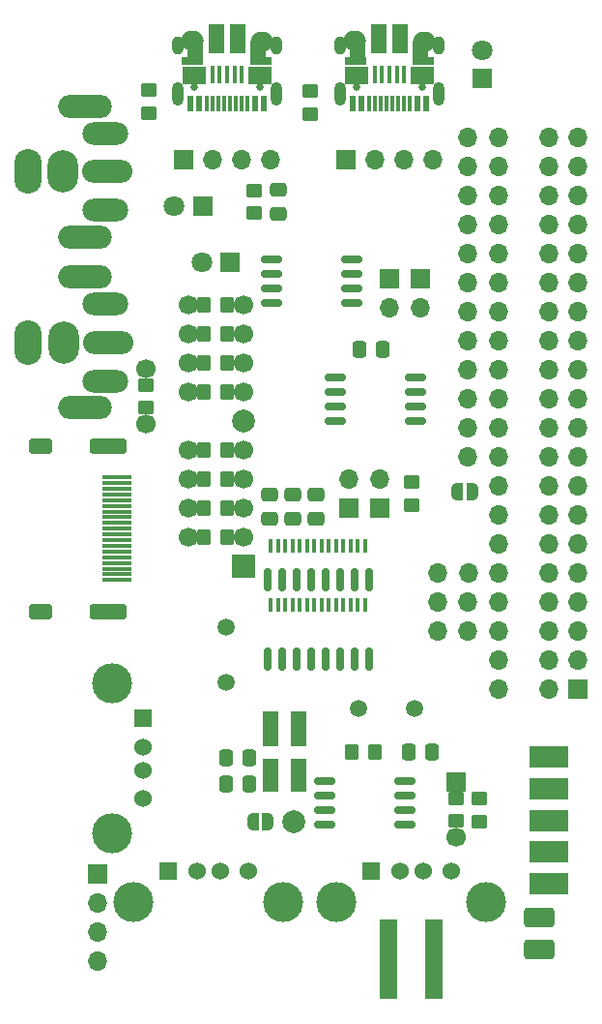
<source format=gts>
G04 #@! TF.GenerationSoftware,KiCad,Pcbnew,6.0.11-2627ca5db0~126~ubuntu20.04.1*
G04 #@! TF.CreationDate,2024-04-17T12:51:00+05:00*
G04 #@! TF.ProjectId,16EJU24,3136454a-5532-4342-9e6b-696361645f70,rev?*
G04 #@! TF.SameCoordinates,Original*
G04 #@! TF.FileFunction,Soldermask,Top*
G04 #@! TF.FilePolarity,Negative*
%FSLAX46Y46*%
G04 Gerber Fmt 4.6, Leading zero omitted, Abs format (unit mm)*
G04 Created by KiCad (PCBNEW 6.0.11-2627ca5db0~126~ubuntu20.04.1) date 2024-04-17 12:51:00*
%MOMM*%
%LPD*%
G01*
G04 APERTURE LIST*
G04 Aperture macros list*
%AMRoundRect*
0 Rectangle with rounded corners*
0 $1 Rounding radius*
0 $2 $3 $4 $5 $6 $7 $8 $9 X,Y pos of 4 corners*
0 Add a 4 corners polygon primitive as box body*
4,1,4,$2,$3,$4,$5,$6,$7,$8,$9,$2,$3,0*
0 Add four circle primitives for the rounded corners*
1,1,$1+$1,$2,$3*
1,1,$1+$1,$4,$5*
1,1,$1+$1,$6,$7*
1,1,$1+$1,$8,$9*
0 Add four rect primitives between the rounded corners*
20,1,$1+$1,$2,$3,$4,$5,0*
20,1,$1+$1,$4,$5,$6,$7,0*
20,1,$1+$1,$6,$7,$8,$9,0*
20,1,$1+$1,$8,$9,$2,$3,0*%
%AMOutline4P*
0 Free polygon, 4 corners , with rotation*
0 The origin of the aperture is its center*
0 number of corners: always 4*
0 $1 to $8 corner X, Y*
0 $9 Rotation angle, in degrees counterclockwise*
0 create outline with 4 corners*
4,1,4,$1,$2,$3,$4,$5,$6,$7,$8,$1,$2,$9*%
%AMFreePoly0*
4,1,22,0.500000,-0.750000,0.000000,-0.750000,0.000000,-0.745033,-0.079941,-0.743568,-0.215256,-0.701293,-0.333266,-0.622738,-0.424486,-0.514219,-0.481581,-0.384460,-0.499164,-0.250000,-0.500000,-0.250000,-0.500000,0.250000,-0.499164,0.250000,-0.499963,0.256109,-0.478152,0.396186,-0.417904,0.524511,-0.324060,0.630769,-0.204165,0.706417,-0.067858,0.745374,0.000000,0.744959,0.000000,0.750000,
0.500000,0.750000,0.500000,-0.750000,0.500000,-0.750000,$1*%
%AMFreePoly1*
4,1,20,0.000000,0.744959,0.073905,0.744508,0.209726,0.703889,0.328688,0.626782,0.421226,0.519385,0.479903,0.390333,0.500000,0.250000,0.500000,-0.250000,0.499851,-0.262216,0.476331,-0.402017,0.414519,-0.529596,0.319384,-0.634700,0.198574,-0.708877,0.061801,-0.746166,0.000000,-0.745033,0.000000,-0.750000,-0.500000,-0.750000,-0.500000,0.750000,0.000000,0.750000,0.000000,0.744959,
0.000000,0.744959,$1*%
G04 Aperture macros list end*
%ADD10R,1.800000X1.800000*%
%ADD11C,1.800000*%
%ADD12C,1.700000*%
%ADD13RoundRect,0.250000X-0.450000X0.350000X-0.450000X-0.350000X0.450000X-0.350000X0.450000X0.350000X0*%
%ADD14R,1.700000X1.700000*%
%ADD15O,1.700000X1.700000*%
%ADD16RoundRect,0.150000X-0.800000X-0.150000X0.800000X-0.150000X0.800000X0.150000X-0.800000X0.150000X0*%
%ADD17FreePoly0,0.000000*%
%ADD18FreePoly1,0.000000*%
%ADD19RoundRect,0.250000X0.337500X0.475000X-0.337500X0.475000X-0.337500X-0.475000X0.337500X-0.475000X0*%
%ADD20RoundRect,0.250000X-0.475000X0.337500X-0.475000X-0.337500X0.475000X-0.337500X0.475000X0.337500X0*%
%ADD21RoundRect,0.250000X-0.350000X-0.450000X0.350000X-0.450000X0.350000X0.450000X-0.350000X0.450000X0*%
%ADD22C,2.000000*%
%ADD23C,0.650000*%
%ADD24R,0.600000X1.450000*%
%ADD25R,0.400000X1.650000*%
%ADD26R,0.300000X1.450000*%
%ADD27O,1.000000X2.100000*%
%ADD28Outline4P,-0.675000X-0.675000X0.675000X-0.675000X0.675000X0.675000X-0.675000X0.675000X0.000000*%
%ADD29O,1.100000X1.100000*%
%ADD30R,2.000000X1.500000*%
%ADD31R,1.430000X2.500000*%
%ADD32O,1.000000X1.600000*%
%ADD33R,1.825000X0.700000*%
%ADD34R,0.380714X1.829960*%
%ADD35R,0.382484X1.821706*%
%ADD36O,2.000000X1.700000*%
%ADD37FreePoly0,180.000000*%
%ADD38FreePoly1,180.000000*%
%ADD39R,2.600000X0.300000*%
%ADD40RoundRect,0.350000X-1.300000X0.350000X-1.300000X-0.350000X1.300000X-0.350000X1.300000X0.350000X0*%
%ADD41RoundRect,0.350000X-0.700000X0.350000X-0.700000X-0.350000X0.700000X-0.350000X0.700000X0.350000X0*%
%ADD42R,1.524000X1.524000*%
%ADD43C,1.524000*%
%ADD44C,3.500000*%
%ADD45R,2.000000X2.000000*%
%ADD46RoundRect,0.250000X-0.337500X-0.475000X0.337500X-0.475000X0.337500X0.475000X-0.337500X0.475000X0*%
%ADD47RoundRect,0.150000X0.150000X-0.837500X0.150000X0.837500X-0.150000X0.837500X-0.150000X-0.837500X0*%
%ADD48C,1.500000*%
%ADD49RoundRect,0.250000X0.450000X-0.350000X0.450000X0.350000X-0.450000X0.350000X-0.450000X-0.350000X0*%
%ADD50O,4.000000X2.000000*%
%ADD51O,4.400000X2.000000*%
%ADD52O,2.400000X3.900000*%
%ADD53O,2.700000X3.700000*%
%ADD54O,4.700000X2.000000*%
%ADD55RoundRect,0.150000X0.800000X0.150000X-0.800000X0.150000X-0.800000X-0.150000X0.800000X-0.150000X0*%
%ADD56R,3.480000X1.846667*%
%ADD57RoundRect,0.323962X-1.026038X0.534538X-1.026038X-0.534538X1.026038X-0.534538X1.026038X0.534538X0*%
%ADD58R,0.400000X1.200000*%
%ADD59R,1.392000X3.048000*%
%ADD60R,1.392000X2.921000*%
%ADD61R,1.600000X7.000000*%
G04 APERTURE END LIST*
D10*
X46482000Y-44069000D03*
D11*
X43982000Y-44069000D03*
D12*
X68664381Y-99280757D03*
D13*
X68664381Y-97867757D03*
D10*
X68664381Y-94454757D03*
D13*
X68664381Y-95867757D03*
D14*
X61976000Y-70485000D03*
D15*
X61976000Y-67945000D03*
D14*
X59309000Y-70485000D03*
D15*
X59309000Y-67945000D03*
D14*
X62865000Y-50419000D03*
D15*
X62865000Y-52959000D03*
D14*
X65532000Y-50419000D03*
D15*
X65532000Y-52959000D03*
D10*
X48895000Y-49022000D03*
D11*
X46395000Y-49022000D03*
D16*
X58095000Y-59055000D03*
X58095000Y-60325000D03*
X58095000Y-61595000D03*
X58095000Y-62865000D03*
X65095000Y-62865000D03*
X65095000Y-61595000D03*
X65095000Y-60325000D03*
X65095000Y-59055000D03*
X52507000Y-48768000D03*
X52507000Y-50038000D03*
X52507000Y-51308000D03*
X52507000Y-52578000D03*
X59507000Y-52578000D03*
X59507000Y-51308000D03*
X59507000Y-50038000D03*
X59507000Y-48768000D03*
D13*
X50982000Y-42688000D03*
X50982000Y-44688000D03*
D17*
X68804000Y-69088000D03*
D18*
X70104000Y-69088000D03*
D19*
X62251500Y-56642000D03*
X60176500Y-56642000D03*
D20*
X53086000Y-42650500D03*
X53086000Y-44725500D03*
D21*
X59579000Y-91821000D03*
X61579000Y-91821000D03*
X46625000Y-67945000D03*
D12*
X45212000Y-67945000D03*
D21*
X48625000Y-67945000D03*
D12*
X50038000Y-67945000D03*
D22*
X50046413Y-62888717D03*
D12*
X45212000Y-70485000D03*
D21*
X46625000Y-70485000D03*
X48625000Y-70485000D03*
D12*
X50038000Y-70485000D03*
D20*
X52324000Y-69320500D03*
X52324000Y-71395500D03*
D15*
X69723000Y-81280000D03*
X69723000Y-78740000D03*
D12*
X45212000Y-55245000D03*
D21*
X46625000Y-55245000D03*
X48625000Y-55245000D03*
D12*
X50038000Y-55245000D03*
D15*
X67056000Y-81280000D03*
X67056000Y-78740000D03*
X67056000Y-76200000D03*
X69806000Y-76200000D03*
X72390000Y-86360000D03*
X72390000Y-83820000D03*
X72390000Y-81280000D03*
X72390000Y-78740000D03*
X72390000Y-76200000D03*
X72390000Y-73660000D03*
X72390000Y-71120000D03*
X72390000Y-68580000D03*
X72390000Y-66040000D03*
X72390000Y-63500000D03*
X72390000Y-60960000D03*
X72390000Y-58420000D03*
X72390000Y-55880000D03*
X72390000Y-53340000D03*
X72390000Y-50800000D03*
X72390000Y-48260000D03*
X72390000Y-45720000D03*
X72390000Y-43180000D03*
X72390000Y-40640000D03*
X72390000Y-38100000D03*
D23*
X51500635Y-33684506D03*
X45720635Y-33684506D03*
D24*
X51835635Y-35129506D03*
X51060635Y-35129506D03*
D25*
X49908980Y-32537012D03*
D26*
X50360635Y-35129506D03*
X49860635Y-35129506D03*
D25*
X49258980Y-32537012D03*
D26*
X49360635Y-35129506D03*
X48860635Y-35129506D03*
D25*
X48608980Y-32537012D03*
D26*
X48360635Y-35129506D03*
X47860635Y-35129506D03*
X47360635Y-35129506D03*
X46860635Y-35129506D03*
D24*
X46160635Y-35129506D03*
D25*
X47308980Y-32537012D03*
D24*
X45385635Y-35129506D03*
D27*
X44290635Y-34214506D03*
D28*
X51338980Y-30899012D03*
D29*
X46172235Y-32463706D03*
D30*
X45708980Y-32657012D03*
D31*
X47648980Y-29387012D03*
D32*
X44290635Y-30034506D03*
D33*
X51558980Y-31337012D03*
D34*
X50823219Y-30571992D03*
D33*
X45608980Y-31337012D03*
D29*
X51012235Y-32463706D03*
D27*
X52930635Y-34214506D03*
D32*
X52930635Y-30034506D03*
D28*
X45858980Y-30899012D03*
D35*
X46350311Y-30543394D03*
D30*
X51458980Y-32637012D03*
D36*
X45535980Y-29629012D03*
X51631980Y-29657012D03*
D31*
X49568980Y-29387012D03*
D25*
X47958980Y-32537012D03*
D37*
X52212000Y-97917000D03*
D38*
X50912000Y-97917000D03*
D14*
X37284483Y-102508257D03*
D15*
X37284483Y-105048257D03*
X37284483Y-107588257D03*
X37284483Y-110128257D03*
D13*
X41783000Y-33941000D03*
X41783000Y-35941000D03*
D14*
X79375000Y-86355000D03*
D15*
X76835000Y-86355000D03*
X79375000Y-83815000D03*
X76835000Y-83815000D03*
X79375000Y-81275000D03*
X76835000Y-81275000D03*
X79375000Y-78735000D03*
X76835000Y-78735000D03*
X79375000Y-76195000D03*
X76835000Y-76195000D03*
X79375000Y-73655000D03*
X76835000Y-73655000D03*
X79375000Y-71115000D03*
X76835000Y-71115000D03*
X79375000Y-68575000D03*
X76835000Y-68575000D03*
X79375000Y-66035000D03*
X76835000Y-66035000D03*
X79375000Y-63495000D03*
X76835000Y-63495000D03*
X79375000Y-60955000D03*
X76835000Y-60955000D03*
X79375000Y-58415000D03*
X76835000Y-58415000D03*
X79375000Y-55875000D03*
X76835000Y-55875000D03*
X79375000Y-53335000D03*
X76835000Y-53335000D03*
X79375000Y-50795000D03*
X76835000Y-50795000D03*
X79375000Y-48255000D03*
X76835000Y-48255000D03*
X79375000Y-45715000D03*
X76835000Y-45715000D03*
X79375000Y-43175000D03*
X76835000Y-43175000D03*
X79375000Y-40635000D03*
X76835000Y-40635000D03*
X79375000Y-38095000D03*
X76835000Y-38095000D03*
D39*
X38987000Y-76788400D03*
X38987000Y-76288400D03*
X38987000Y-75788400D03*
X38987000Y-75288400D03*
X38987000Y-74788400D03*
X38987000Y-74288400D03*
X38987000Y-73788400D03*
X38987000Y-73288400D03*
X38987000Y-72788400D03*
X38987000Y-72288400D03*
X38987000Y-71788400D03*
X38987000Y-71288400D03*
X38987000Y-70788400D03*
X38987000Y-70288400D03*
X38987000Y-69788400D03*
X38987000Y-69288400D03*
X38987000Y-68788400D03*
X38987000Y-68288400D03*
X38987000Y-67788400D03*
D40*
X38227000Y-65038400D03*
D41*
X32267000Y-65038400D03*
X32267000Y-79538400D03*
D40*
X38227000Y-79538400D03*
D42*
X41275000Y-88900000D03*
D43*
X41275000Y-91400000D03*
X41275000Y-93400000D03*
X41275000Y-95900000D03*
D44*
X38565000Y-98970000D03*
X38565000Y-85830000D03*
D45*
X50066639Y-75569345D03*
D12*
X45212000Y-52705000D03*
D21*
X46625000Y-52705000D03*
D12*
X50038000Y-52705000D03*
D21*
X48625000Y-52705000D03*
D13*
X70739000Y-95901000D03*
X70739000Y-97901000D03*
D42*
X61270000Y-102222500D03*
D43*
X63770000Y-102222500D03*
X65770000Y-102222500D03*
X68270000Y-102222500D03*
D44*
X71340000Y-104932500D03*
X58200000Y-104932500D03*
D23*
X59949600Y-33682000D03*
X65729600Y-33682000D03*
D24*
X66064600Y-35127000D03*
D25*
X64137945Y-32534506D03*
D24*
X65289600Y-35127000D03*
D26*
X64589600Y-35127000D03*
X64089600Y-35127000D03*
D25*
X63487945Y-32534506D03*
D26*
X63589600Y-35127000D03*
D25*
X62837945Y-32534506D03*
D26*
X63089600Y-35127000D03*
X62589600Y-35127000D03*
X62089600Y-35127000D03*
X61589600Y-35127000D03*
X61089600Y-35127000D03*
D24*
X60389600Y-35127000D03*
X59614600Y-35127000D03*
D25*
X61537945Y-32534506D03*
D29*
X60401200Y-32461200D03*
D27*
X67159600Y-34212000D03*
D33*
X65787945Y-31334506D03*
D32*
X67159600Y-30032000D03*
D28*
X60087945Y-30896506D03*
D27*
X58519600Y-34212000D03*
D35*
X60579276Y-30540888D03*
D33*
X59837945Y-31334506D03*
D31*
X61877945Y-29384506D03*
D36*
X65860945Y-29654506D03*
D34*
X65052184Y-30569486D03*
D30*
X65687945Y-32634506D03*
D29*
X65241200Y-32461200D03*
D30*
X59937945Y-32654506D03*
D28*
X65567945Y-30896506D03*
D31*
X63797945Y-29384506D03*
D32*
X58519600Y-30032000D03*
D36*
X59764945Y-29626506D03*
D25*
X62187945Y-32534506D03*
D46*
X48492500Y-94615000D03*
X50567500Y-94615000D03*
X64494500Y-91821000D03*
X66569500Y-91821000D03*
D47*
X52133500Y-83666500D03*
X53403500Y-83666500D03*
X54673500Y-83666500D03*
X55943500Y-83666500D03*
X57213500Y-83666500D03*
X58483500Y-83666500D03*
X59753500Y-83666500D03*
X61023500Y-83666500D03*
X61023500Y-76741500D03*
X59753500Y-76741500D03*
X58483500Y-76741500D03*
X57213500Y-76741500D03*
X55943500Y-76741500D03*
X54673500Y-76741500D03*
X53403500Y-76741500D03*
X52133500Y-76741500D03*
D48*
X65024000Y-88011000D03*
X60144000Y-88011000D03*
D49*
X41529000Y-61706000D03*
D12*
X41529000Y-63119000D03*
D49*
X41529000Y-59706000D03*
D12*
X41529000Y-58293000D03*
D48*
X48564800Y-85762000D03*
X48564800Y-80882000D03*
D50*
X37958823Y-37707230D03*
X37958823Y-44407230D03*
D51*
X38158823Y-41057230D03*
D52*
X31175823Y-41057230D03*
D53*
X34258823Y-41057230D03*
D54*
X36158823Y-35342230D03*
X36158823Y-46772230D03*
D10*
X70993000Y-32910226D03*
D11*
X70993000Y-30410226D03*
D55*
X64206000Y-98171000D03*
X64206000Y-96901000D03*
X64206000Y-95631000D03*
X64206000Y-94361000D03*
X57206000Y-94361000D03*
X57206000Y-95631000D03*
X57206000Y-96901000D03*
X57206000Y-98171000D03*
D14*
X44810635Y-40005000D03*
D15*
X47350635Y-40005000D03*
X49890635Y-40005000D03*
X52430635Y-40005000D03*
D22*
X54483000Y-97917000D03*
D50*
X37973000Y-52657000D03*
X37973000Y-59357000D03*
D51*
X38173000Y-56007000D03*
D53*
X34273000Y-56007000D03*
D54*
X36173000Y-50292000D03*
X36173000Y-61722000D03*
D52*
X31190000Y-56007000D03*
D46*
X48492500Y-92329000D03*
X50567500Y-92329000D03*
D49*
X64770000Y-70215000D03*
X64770000Y-68215000D03*
D56*
X76806700Y-103355400D03*
X76806700Y-100585400D03*
X76806700Y-97815400D03*
X76806700Y-95045400D03*
X76806700Y-92275400D03*
D12*
X45212000Y-60325000D03*
D21*
X46625000Y-60325000D03*
D12*
X50038000Y-60325000D03*
D21*
X48625000Y-60325000D03*
D14*
X59065000Y-40005000D03*
D15*
X61605000Y-40005000D03*
X64145000Y-40005000D03*
X66685000Y-40005000D03*
D42*
X43490000Y-102222500D03*
D43*
X45990000Y-102222500D03*
X47990000Y-102222500D03*
X50490000Y-102222500D03*
D44*
X40420000Y-104932500D03*
X53560000Y-104932500D03*
D20*
X56388000Y-69320500D03*
X56388000Y-71395500D03*
D15*
X69723000Y-66040000D03*
X69723000Y-63500000D03*
X69723000Y-60960000D03*
X69723000Y-58420000D03*
X69723000Y-55880000D03*
X69723000Y-53340000D03*
X69723000Y-50800000D03*
X69723000Y-48260000D03*
X69723000Y-45720000D03*
X69723000Y-43180000D03*
X69723000Y-40640000D03*
X69723000Y-38100000D03*
D20*
X54356000Y-69320500D03*
X54356000Y-71395500D03*
D13*
X55880000Y-34000000D03*
X55880000Y-36000000D03*
D12*
X45212000Y-57785000D03*
D21*
X46625000Y-57785000D03*
D12*
X50038000Y-57785000D03*
D21*
X48625000Y-57785000D03*
D12*
X45212000Y-65405000D03*
D21*
X46625000Y-65405000D03*
D12*
X50038000Y-65405000D03*
D21*
X48625000Y-65405000D03*
D57*
X75946000Y-106329500D03*
X75946000Y-109062500D03*
D58*
X52451000Y-78994000D03*
X53086000Y-78994000D03*
X53721000Y-78994000D03*
X54356000Y-78994000D03*
X54991000Y-78994000D03*
X55626000Y-78994000D03*
X56261000Y-78994000D03*
X56896000Y-78994000D03*
X57531000Y-78994000D03*
X58166000Y-78994000D03*
X58801000Y-78994000D03*
X59436000Y-78994000D03*
X60071000Y-78994000D03*
X60706000Y-78994000D03*
X60706000Y-73794000D03*
X60071000Y-73794000D03*
X59436000Y-73794000D03*
X58801000Y-73794000D03*
X58166000Y-73794000D03*
X57531000Y-73794000D03*
X56896000Y-73794000D03*
X56261000Y-73794000D03*
X55626000Y-73794000D03*
X54991000Y-73794000D03*
X54356000Y-73794000D03*
X53721000Y-73794000D03*
X53086000Y-73794000D03*
X52451000Y-73794000D03*
D12*
X45212000Y-73025000D03*
D21*
X46625000Y-73025000D03*
D12*
X50038000Y-73025000D03*
D21*
X48625000Y-73025000D03*
D59*
X52451000Y-89822667D03*
D60*
X52451000Y-93823167D03*
X54859000Y-93823167D03*
D59*
X54859000Y-89822667D03*
D61*
X66764318Y-109982000D03*
X62764318Y-109982000D03*
M02*

</source>
